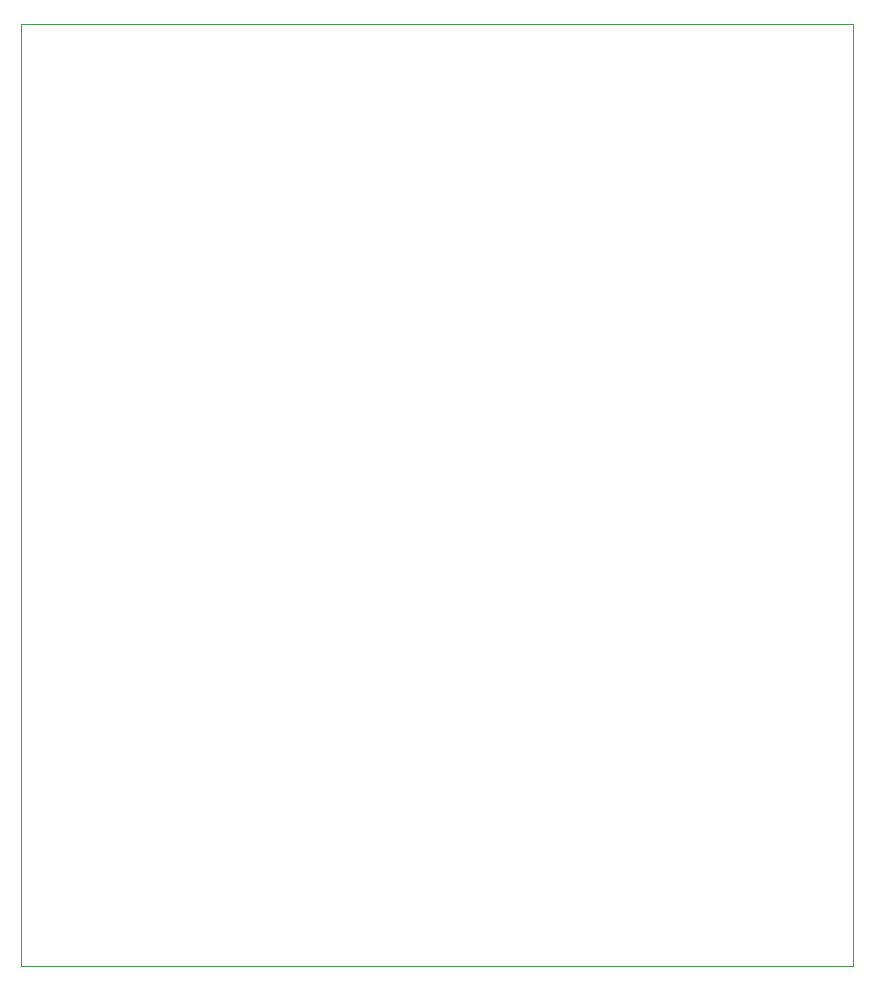
<source format=gbr>
%TF.GenerationSoftware,KiCad,Pcbnew,7.0.11-7.0.11~ubuntu22.04.1*%
%TF.CreationDate,2025-01-31T21:43:45-05:00*%
%TF.ProjectId,C64UltimatePSU,43363455-6c74-4696-9d61-74655053552e,rev?*%
%TF.SameCoordinates,Original*%
%TF.FileFunction,Profile,NP*%
%FSLAX46Y46*%
G04 Gerber Fmt 4.6, Leading zero omitted, Abs format (unit mm)*
G04 Created by KiCad (PCBNEW 7.0.11-7.0.11~ubuntu22.04.1) date 2025-01-31 21:43:45*
%MOMM*%
%LPD*%
G01*
G04 APERTURE LIST*
%TA.AperFunction,Profile*%
%ADD10C,0.100000*%
%TD*%
G04 APERTURE END LIST*
D10*
X102895400Y-51663600D02*
X173278800Y-51663600D01*
X173278800Y-131419600D01*
X102895400Y-131419600D01*
X102895400Y-51663600D01*
M02*

</source>
